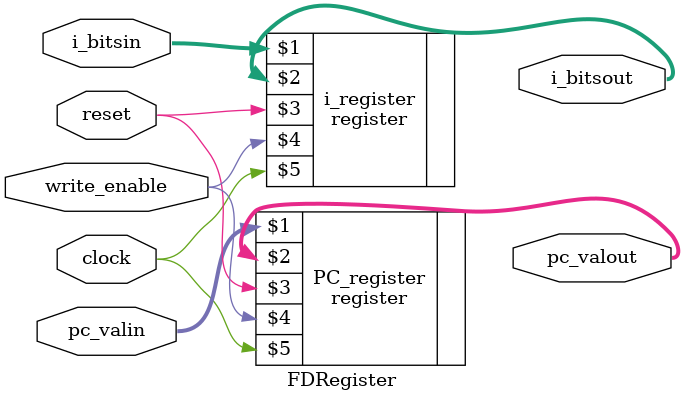
<source format=v>
module FDRegister(pc_valin,pc_valout,i_bitsin,i_bitsout,clock,write_enable,reset);

    input[31:0] pc_valin,i_bitsin;
    output[31:0] pc_valout,i_bitsout;
    input clock,write_enable,reset;

    register PC_register(pc_valin,pc_valout,reset,write_enable,clock);
    register i_register(i_bitsin,i_bitsout,reset,write_enable,clock);









endmodule
</source>
